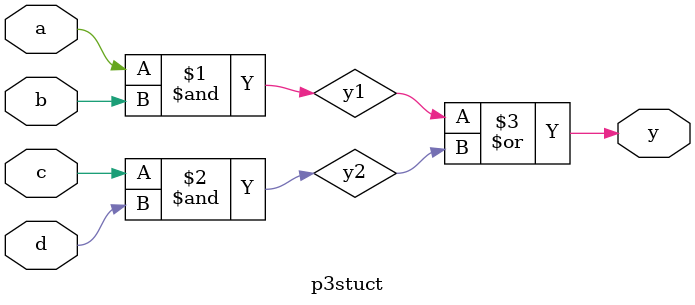
<source format=v>
module p3stuct(a,b,c,d,y);
	input a,b,c,d;
	output y;
	wire y1,y2;
	and g1(y1,a,b);
	and g2(y2,c,d);
	or g3(y,y1,y2);
endmodule
</source>
